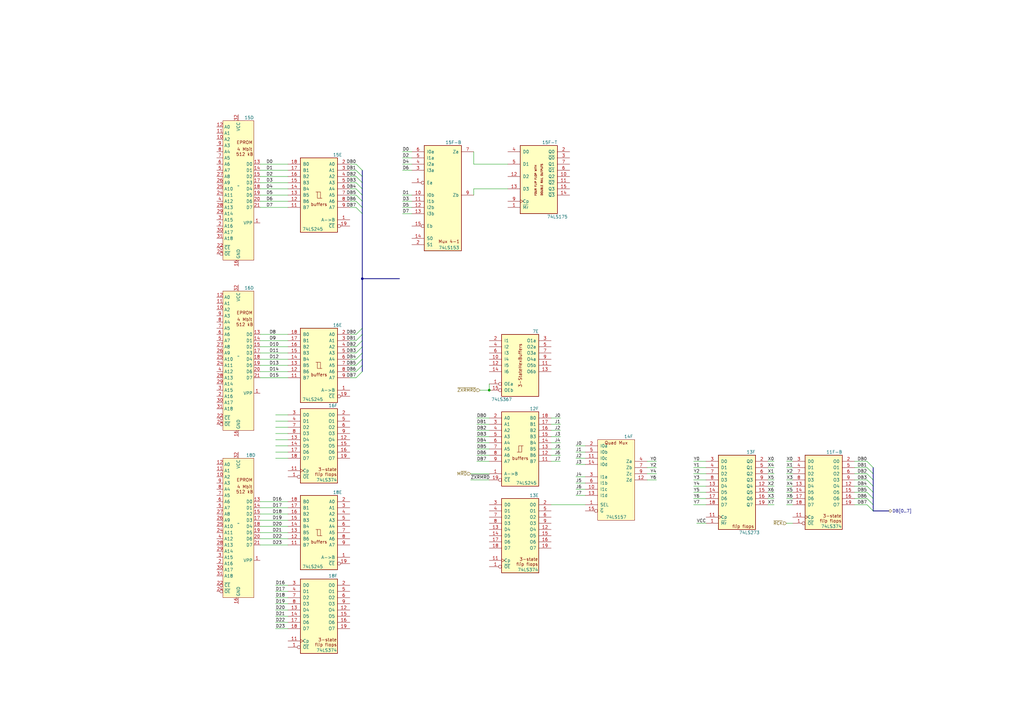
<source format=kicad_sch>
(kicad_sch (version 20231120) (generator "eeschema") (generator_version "8.0")
  (paper "A3")
  (title_block (date "2025-06-21") (company "JOTEGO"))
  (lib_symbols
    (symbol "74LS245_1" (pin_names (offset 1.016))
      (property "Reference" "U" (at 7.62 16.51 0))
      (property "Value" "74LS245" (at 2.54 -13.97 0))
      (symbol "74LS245_1_0_0"
        (text "buffers" (at 0 -3.81 0) (effects (font (size 1.27 1.27))))
      )
      (symbol "74LS245_1_1_0"
        (polyline (pts (xy -0.635 -1.27) (xy -0.635 1.27) (xy 0.635 1.27)))
        (polyline (pts (xy -1.27 -1.27) (xy 0.635 -1.27) (xy 0.635 1.27) (xy 1.27 1.27)))
        (pin input line (at -12.7 -10.16 0) (length 5.08) (name "A->B") (number "1"))
        (pin tri_state line (at 12.7 -5.08 180) (length 5.08) (name "B7") (number "11"))
        (pin tri_state line (at 12.7 -2.54 180) (length 5.08) (name "B6") (number "12"))
        (pin tri_state line (at 12.7 0 180) (length 5.08) (name "B5") (number "13"))
        (pin tri_state line (at 12.7 2.54 180) (length 5.08) (name "B4") (number "14"))
        (pin tri_state line (at 12.7 5.08 180) (length 5.08) (name "B3") (number "15"))
        (pin tri_state line (at 12.7 7.62 180) (length 5.08) (name "B2") (number "16"))
        (pin tri_state line (at 12.7 10.16 180) (length 5.08) (name "B1") (number "17"))
        (pin tri_state line (at 12.7 12.7 180) (length 5.08) (name "B0") (number "18"))
        (pin input inverted (at -12.7 -12.7 0) (length 5.08) (name "~{CE}") (number "19"))
        (pin tri_state line (at -12.7 12.7 0) (length 5.08) (name "A0") (number "2"))
        (pin tri_state line (at -12.7 10.16 0) (length 5.08) (name "A1") (number "3"))
        (pin tri_state line (at -12.7 7.62 0) (length 5.08) (name "A2") (number "4"))
        (pin tri_state line (at -12.7 5.08 0) (length 5.08) (name "A3") (number "5"))
        (pin tri_state line (at -12.7 2.54 0) (length 5.08) (name "A4") (number "6"))
        (pin tri_state line (at -12.7 0 0) (length 5.08) (name "A5") (number "7"))
        (pin tri_state line (at -12.7 -2.54 0) (length 5.08) (name "A6") (number "8"))
        (pin tri_state line (at -12.7 -5.08 0) (length 5.08) (name "A7") (number "9"))
      )
      (symbol "74LS245_1_1_1"
        (rectangle (start -7.62 15.24) (end 7.62 -15.24) (stroke (width 0.254)) (fill (type background)))
      )
    )
    (symbol "EP4M_1"
      (property "Reference" "U" (at 6.35 27.94 0))
      (symbol "EP4M_1_1_1"
        (rectangle (start -6.35 26.67) (end 6.35 -30.48) (fill (type background)))
        (text "4 Mbit\n512 kB" (at 2.54 13.97 0) (effects (font (size 1.27 1.27))))
        (text "EPROM" (at 2.54 17.78 0) (effects (font (size 1.27 1.27))))
        (pin power_in line (at 8.89 -15.24 180) (length 2.54) (name "VPP") (number "1"))
        (pin input line (at -8.89 19.05 0) (length 2.54) (name "A2") (number "10"))
        (pin input line (at -8.89 21.59 0) (length 2.54) (name "A1") (number "11"))
        (pin input line (at -8.89 24.13 0) (length 2.54) (name "A0") (number "12"))
        (pin output line (at 8.89 8.89 180) (length 2.54) (name "D0") (number "13"))
        (pin output line (at 8.89 6.35 180) (length 2.54) (name "D1") (number "14"))
        (pin output line (at 8.89 3.81 180) (length 2.54) (name "D2") (number "15"))
        (pin power_in line (at 0 -33.02 90) (length 2.54) (name "GND") (number "16"))
        (pin output line (at 8.89 1.27 180) (length 2.54) (name "D3") (number "17"))
        (pin output line (at 8.89 -1.27 180) (length 2.54) (name "D4") (number "18"))
        (pin output line (at 8.89 -3.81 180) (length 2.54) (name "D5") (number "19"))
        (pin input line (at -8.89 -16.51 0) (length 2.54) (name "A16") (number "2"))
        (pin output line (at 8.89 -6.35 180) (length 2.54) (name "D6") (number "20"))
        (pin output line (at 8.89 -8.89 180) (length 2.54) (name "D7") (number "21"))
        (pin input inverted (at -8.89 -25.4 0) (length 2.54) (name "~{CE}") (number "22"))
        (pin input line (at -8.89 -3.81 0) (length 2.54) (name "A11") (number "24"))
        (pin input inverted (at -8.89 -27.94 0) (length 2.54) (name "~{OE}") (number "24"))
        (pin input line (at -8.89 -1.27 0) (length 2.54) (name "A10") (number "25"))
        (pin input line (at -8.89 1.27 0) (length 2.54) (name "A9") (number "26"))
        (pin input line (at -8.89 3.81 0) (length 2.54) (name "A8") (number "27"))
        (pin input line (at -8.89 -8.89 0) (length 2.54) (name "A13") (number "28"))
        (pin input line (at -8.89 -11.43 0) (length 2.54) (name "A14") (number "29"))
        (pin input line (at -8.89 -13.97 0) (length 2.54) (name "A15") (number "3"))
        (pin input line (at -8.89 -19.05 0) (length 2.54) (name "A17") (number "30"))
        (pin input line (at -8.89 -21.59 0) (length 2.54) (name "A18") (number "31"))
        (pin power_in line (at 0 29.21 270) (length 2.54) (name "VCC") (number "32"))
        (pin input line (at -8.89 -6.35 0) (length 2.54) (name "A12") (number "4"))
        (pin input line (at -8.89 6.35 0) (length 2.54) (name "A7") (number "5"))
        (pin input line (at -8.89 8.89 0) (length 2.54) (name "A6") (number "6"))
        (pin input line (at -8.89 11.43 0) (length 2.54) (name "A5") (number "7"))
        (pin input line (at -8.89 13.97 0) (length 2.54) (name "A4") (number "8"))
        (pin input line (at -8.89 16.51 0) (length 2.54) (name "A3") (number "9"))
      )
    )
    (symbol "arcade:EP4M"
      (property "Reference" "U" (at 0 0 0))
      (symbol "EP4M_1_1"
        (rectangle (start -6.35 26.67) (end 6.35 -30.48) (fill (type background)))
        (text "4 Mbit\n512 kB" (at 2.54 13.97 0) (effects (font (size 1.27 1.27))))
        (text "EPROM" (at 2.54 17.78 0) (effects (font (size 1.27 1.27))))
        (pin power_in line (at 8.89 -15.24 180) (length 2.54) (name "VPP") (number "1"))
        (pin input line (at -8.89 19.05 0) (length 2.54) (name "A2") (number "10"))
        (pin input line (at -8.89 21.59 0) (length 2.54) (name "A1") (number "11"))
        (pin input line (at -8.89 24.13 0) (length 2.54) (name "A0") (number "12"))
        (pin output line (at 8.89 8.89 180) (length 2.54) (name "D0") (number "13"))
        (pin output line (at 8.89 6.35 180) (length 2.54) (name "D1") (number "14"))
        (pin output line (at 8.89 3.81 180) (length 2.54) (name "D2") (number "15"))
        (pin power_in line (at 0 -33.02 90) (length 2.54) (name "GND") (number "16"))
        (pin output line (at 8.89 1.27 180) (length 2.54) (name "D3") (number "17"))
        (pin output line (at 8.89 -1.27 180) (length 2.54) (name "D4") (number "18"))
        (pin output line (at 8.89 -3.81 180) (length 2.54) (name "D5") (number "19"))
        (pin input line (at -8.89 -16.51 0) (length 2.54) (name "A16") (number "2"))
        (pin output line (at 8.89 -6.35 180) (length 2.54) (name "D6") (number "20"))
        (pin output line (at 8.89 -8.89 180) (length 2.54) (name "D7") (number "21"))
        (pin input inverted (at -8.89 -25.4 0) (length 2.54) (name "~{CE}") (number "22"))
        (pin input line (at -8.89 -3.81 0) (length 2.54) (name "A11") (number "24"))
        (pin input inverted (at -8.89 -27.94 0) (length 2.54) (name "~{OE}") (number "24"))
        (pin input line (at -8.89 -1.27 0) (length 2.54) (name "A10") (number "25"))
        (pin input line (at -8.89 1.27 0) (length 2.54) (name "A9") (number "26"))
        (pin input line (at -8.89 3.81 0) (length 2.54) (name "A8") (number "27"))
        (pin input line (at -8.89 -8.89 0) (length 2.54) (name "A13") (number "28"))
        (pin input line (at -8.89 -11.43 0) (length 2.54) (name "A14") (number "29"))
        (pin input line (at -8.89 -13.97 0) (length 2.54) (name "A15") (number "3"))
        (pin input line (at -8.89 -19.05 0) (length 2.54) (name "A17") (number "30"))
        (pin input line (at -8.89 -21.59 0) (length 2.54) (name "A18") (number "31"))
        (pin power_in line (at 0 29.21 270) (length 2.54) (name "VCC") (number "32"))
        (pin input line (at -8.89 -6.35 0) (length 2.54) (name "A12") (number "4"))
        (pin input line (at -8.89 6.35 0) (length 2.54) (name "A7") (number "5"))
        (pin input line (at -8.89 8.89 0) (length 2.54) (name "A6") (number "6"))
        (pin input line (at -8.89 11.43 0) (length 2.54) (name "A5") (number "7"))
        (pin input line (at -8.89 13.97 0) (length 2.54) (name "A4") (number "8"))
        (pin input line (at -8.89 16.51 0) (length 2.54) (name "A3") (number "9"))
      )
    )
    (symbol "jt74:74LS153" (pin_names (offset 1.016))
      (property "Reference" "U" (at 7.62 21.59 0))
      (property "Value" "74LS153" (at 2.54 -21.59 0))
      (symbol "74LS153_0_0"
        (text "Mux 4-1" (at 2.54 -19.05 0) (effects (font (size 1.27 1.27))))
      )
      (symbol "74LS153_1_0"
        (pin input inverted (at -12.7 5.08 0) (length 5.08) (name "Ea") (number "1"))
        (pin input line (at -12.7 0 0) (length 5.08) (name "I0b") (number "10"))
        (pin input line (at -12.7 -2.54 0) (length 5.08) (name "I1b") (number "11"))
        (pin input line (at -12.7 -5.08 0) (length 5.08) (name "I2b") (number "12"))
        (pin input line (at -12.7 -7.62 0) (length 5.08) (name "I3b") (number "13"))
        (pin input line (at -12.7 -17.78 0) (length 5.08) (name "S0") (number "14"))
        (pin input inverted (at -12.7 -12.7 0) (length 5.08) (name "Eb") (number "15"))
        (pin input line (at -12.7 -20.32 0) (length 5.08) (name "S1") (number "2"))
        (pin input line (at -12.7 10.16 0) (length 5.08) (name "I3a") (number "3"))
        (pin input line (at -12.7 12.7 0) (length 5.08) (name "I2a") (number "4"))
        (pin input line (at -12.7 15.24 0) (length 5.08) (name "I1a") (number "5"))
        (pin input line (at -12.7 17.78 0) (length 5.08) (name "I0a") (number "6"))
        (pin output line (at 12.7 17.78 180) (length 5.08) (name "Za") (number "7"))
        (pin output line (at 12.7 0 180) (length 5.08) (name "Zb") (number "9"))
      )
      (symbol "74LS153_1_1"
        (rectangle (start -7.62 20.32) (end 7.62 -22.86) (stroke (width 0.254)) (fill (type background)))
      )
    )
    (symbol "jt74:74LS157" (pin_names (offset 1.016))
      (property "Reference" "U" (at 5.08 16.51 0))
      (property "Value" "74LS157" (at 0 -16.51 0))
      (symbol "74LS157_0_0"
        (text "Quad Mux" (at 0 13.97 0) (effects (font (size 1.27 1.27))))
      )
      (symbol "74LS157_1_0"
        (pin input line (at -12.7 -11.43 0) (length 5.08) (name "SEL") (number "1"))
        (pin input line (at -12.7 -5.08 0) (length 5.08) (name "I1c") (number "10"))
        (pin input line (at -12.7 7.62 0) (length 5.08) (name "I0c") (number "11"))
        (pin output line (at 12.7 -1.27 180) (length 5.08) (name "Zd") (number "12"))
        (pin input line (at -12.7 -7.62 0) (length 5.08) (name "I1d") (number "13"))
        (pin input line (at -12.7 5.08 0) (length 5.08) (name "I0d") (number "14"))
        (pin input inverted (at -12.7 -13.97 0) (length 5.08) (name "~{G}") (number "15"))
        (pin input line (at -12.7 12.7 0) (length 5.08) (name "I0a") (number "2"))
        (pin input line (at -12.7 0 0) (length 5.08) (name "I1a") (number "3"))
        (pin output line (at 12.7 6.35 180) (length 5.08) (name "Za") (number "4"))
        (pin input line (at -12.7 10.16 0) (length 5.08) (name "I0b") (number "5"))
        (pin input line (at -12.7 -2.54 0) (length 5.08) (name "I1b") (number "6"))
        (pin output line (at 12.7 3.81 180) (length 5.08) (name "Zb") (number "7"))
        (pin output line (at 12.7 1.27 180) (length 5.08) (name "Zc") (number "9"))
      )
      (symbol "74LS157_1_1"
        (rectangle (start -7.62 15.24) (end 7.62 -17.78) (fill (type background)))
      )
    )
    (symbol "jt74:74LS175" (pin_names (offset 1.016))
      (property "Reference" "U" (at 7.62 13.97 0))
      (property "Value" "74LS175" (at 7.62 -16.51 0))
      (symbol "74LS175_0_0"
        (text "DOUBLE RAIL OUTPUTS" (at 1.27 -1.27 900) (effects (font (size 0.762 0.762))))
        (text "FOUR FLIP FLOP WITH " (at -1.27 -1.27 900) (effects (font (size 0.762 0.762))))
      )
      (symbol "74LS175_1_0"
        (pin input line (at -12.7 -12.7 0) (length 5.08) (name "~{Mr}") (number "1"))
        (pin output line (at 12.7 0 180) (length 5.08) (name "Q2") (number "10"))
        (pin output line (at 12.7 -2.54 180) (length 5.08) (name "~{Q2}") (number "11"))
        (pin input line (at -12.7 0 0) (length 5.08) (name "D2") (number "12"))
        (pin input line (at -12.7 -5.08 0) (length 5.08) (name "D3") (number "13"))
        (pin output line (at 12.7 -7.62 180) (length 5.08) (name "~{Q3}") (number "14"))
        (pin output line (at 12.7 -5.08 180) (length 5.08) (name "Q3") (number "15"))
        (pin power_in line (at 0 12.7 270) (length 5.08) hide (name "VCC") (number "16"))
        (pin output line (at 12.7 10.16 180) (length 5.08) (name "Q0") (number "2"))
        (pin output line (at 12.7 7.62 180) (length 5.08) (name "~{Q0}") (number "3"))
        (pin input line (at -12.7 10.16 0) (length 5.08) (name "D0") (number "4"))
        (pin input line (at -12.7 5.08 0) (length 5.08) (name "D1") (number "5"))
        (pin output line (at 12.7 2.54 180) (length 5.08) (name "~{Q1}") (number "6"))
        (pin output line (at 12.7 5.08 180) (length 5.08) (name "Q1") (number "7"))
        (pin power_in line (at 0 -15.24 90) (length 5.08) hide (name "GND") (number "8"))
        (pin input clock (at -12.7 -10.16 0) (length 5.08) (name "Cp") (number "9"))
      )
      (symbol "74LS175_1_1"
        (rectangle (start -7.62 12.7) (end 7.62 -15.24) (stroke (width 0.254)) (fill (type background)))
      )
    )
    (symbol "jt74:74LS245" (pin_names (offset 1.016))
      (property "Reference" "U" (at -7.62 16.51 0))
      (property "Value" "74LS245" (at 2.54 -13.97 0))
      (symbol "74LS245_0_0"
        (text "buffers" (at 0 -3.81 0) (effects (font (size 1.27 1.27))))
      )
      (symbol "74LS245_1_0"
        (polyline (pts (xy -0.635 -1.27) (xy -0.635 1.27) (xy 0.635 1.27)))
        (polyline (pts (xy -1.27 -1.27) (xy 0.635 -1.27) (xy 0.635 1.27) (xy 1.27 1.27)))
        (pin input line (at -12.7 -10.16 0) (length 5.08) (name "A->B") (number "1"))
        (pin tri_state line (at 12.7 -5.08 180) (length 5.08) (name "B7") (number "11"))
        (pin tri_state line (at 12.7 -2.54 180) (length 5.08) (name "B6") (number "12"))
        (pin tri_state line (at 12.7 0 180) (length 5.08) (name "B5") (number "13"))
        (pin tri_state line (at 12.7 2.54 180) (length 5.08) (name "B4") (number "14"))
        (pin tri_state line (at 12.7 5.08 180) (length 5.08) (name "B3") (number "15"))
        (pin tri_state line (at 12.7 7.62 180) (length 5.08) (name "B2") (number "16"))
        (pin tri_state line (at 12.7 10.16 180) (length 5.08) (name "B1") (number "17"))
        (pin tri_state line (at 12.7 12.7 180) (length 5.08) (name "B0") (number "18"))
        (pin input inverted (at -12.7 -12.7 0) (length 5.08) (name "~{CE}") (number "19"))
        (pin tri_state line (at -12.7 12.7 0) (length 5.08) (name "A0") (number "2"))
        (pin tri_state line (at -12.7 10.16 0) (length 5.08) (name "A1") (number "3"))
        (pin tri_state line (at -12.7 7.62 0) (length 5.08) (name "A2") (number "4"))
        (pin tri_state line (at -12.7 5.08 0) (length 5.08) (name "A3") (number "5"))
        (pin tri_state line (at -12.7 2.54 0) (length 5.08) (name "A4") (number "6"))
        (pin tri_state line (at -12.7 0 0) (length 5.08) (name "A5") (number "7"))
        (pin tri_state line (at -12.7 -2.54 0) (length 5.08) (name "A6") (number "8"))
        (pin tri_state line (at -12.7 -5.08 0) (length 5.08) (name "A7") (number "9"))
      )
      (symbol "74LS245_1_1"
        (rectangle (start -7.62 15.24) (end 7.62 -15.24) (stroke (width 0.254)) (fill (type background)))
      )
    )
    (symbol "jt74:74LS273" (pin_names (offset 1.016))
      (property "Reference" "U" (at 7.62 16.51 0))
      (property "Value" "74LS273" (at 5.08 -16.51 0))
      (symbol "74LS273_0_0"
        (text "flip flops" (at 2.54 -13.97 0) (effects (font (size 1.27 1.27))))
      )
      (symbol "74LS273_1_0"
        (pin input line (at -12.7 -12.7 0) (length 5.08) (name "~{Mr}") (number "1"))
        (pin power_in line (at 0 -15.24 90) (length 1.27) hide (name "GND") (number "10"))
        (pin input clock (at -12.7 -10.16 0) (length 5.08) (name "Cp") (number "11"))
        (pin output line (at 12.7 2.54 180) (length 5.08) (name "Q4") (number "12"))
        (pin input line (at -12.7 2.54 0) (length 5.08) (name "D4") (number "13"))
        (pin input line (at -12.7 0 0) (length 5.08) (name "D5") (number "14"))
        (pin output line (at 12.7 0 180) (length 5.08) (name "Q5") (number "15"))
        (pin output line (at 12.7 -2.54 180) (length 5.08) (name "Q6") (number "16"))
        (pin input line (at -12.7 -2.54 0) (length 5.08) (name "D6") (number "17"))
        (pin input line (at -12.7 -5.08 0) (length 5.08) (name "D7") (number "18"))
        (pin output line (at 12.7 -5.08 180) (length 5.08) (name "Q7") (number "19"))
        (pin output line (at 12.7 12.7 180) (length 5.08) (name "Q0") (number "2"))
        (pin power_in line (at 0 15.24 270) (length 1.27) hide (name "VCC") (number "20"))
        (pin input line (at -12.7 12.7 0) (length 5.08) (name "D0") (number "3"))
        (pin input line (at -12.7 10.16 0) (length 5.08) (name "D1") (number "4"))
        (pin output line (at 12.7 10.16 180) (length 5.08) (name "Q1") (number "5"))
        (pin output line (at 12.7 7.62 180) (length 5.08) (name "Q2") (number "6"))
        (pin input line (at -12.7 7.62 0) (length 5.08) (name "D2") (number "7"))
        (pin input line (at -12.7 5.08 0) (length 5.08) (name "D3") (number "8"))
        (pin output line (at 12.7 5.08 180) (length 5.08) (name "Q3") (number "9"))
      )
      (symbol "74LS273_1_1"
        (rectangle (start -7.62 15.24) (end 7.62 -15.24) (stroke (width 0.254)) (fill (type background)))
      )
    )
    (symbol "jt74:74LS367" (pin_names (offset 1.016))
      (property "Reference" "U" (at 7.62 13.97 0))
      (property "Value" "74LS367" (at -7.62 -13.97 0))
      (symbol "74LS367_0_0"
        (text "3-StateHexBuffers" (at 0 0 900) (effects (font (size 1.27 1.27))))
      )
      (symbol "74LS367_1_0"
        (pin input inverted (at -12.7 -7.62 0) (length 5.08) (name "OEa") (number "1"))
        (pin input line (at -12.7 2.54 0) (length 5.08) (name "I4") (number "10"))
        (pin tri_state line (at 12.7 0 180) (length 5.08) (name "O5b") (number "11"))
        (pin input line (at -12.7 0 0) (length 5.08) (name "I5") (number "12"))
        (pin tri_state line (at 12.7 -2.54 180) (length 5.08) (name "O6b") (number "13"))
        (pin input line (at -12.7 -2.54 0) (length 5.08) (name "I6") (number "14"))
        (pin input inverted (at -12.7 -10.16 0) (length 5.08) (name "OEb") (number "15"))
        (pin input line (at -12.7 10.16 0) (length 5.08) (name "I1") (number "2"))
        (pin tri_state line (at 12.7 10.16 180) (length 5.08) (name "O1a") (number "3"))
        (pin input line (at -12.7 7.62 0) (length 5.08) (name "I2") (number "4"))
        (pin tri_state line (at 12.7 7.62 180) (length 5.08) (name "O2a") (number "5"))
        (pin input line (at -12.7 5.08 0) (length 5.08) (name "I3") (number "6"))
        (pin tri_state line (at 12.7 5.08 180) (length 5.08) (name "O3a") (number "7"))
        (pin tri_state line (at 12.7 2.54 180) (length 5.08) (name "O4a") (number "9"))
      )
      (symbol "74LS367_1_1"
        (rectangle (start -7.62 12.7) (end 7.62 -12.7) (stroke (width 0.254)) (fill (type background)))
        (pin power_in line (at 0 12.7 270) (length 2.54) hide (name "VCC") (number "16"))
        (pin power_in line (at 0 -12.7 90) (length 2.54) hide (name "GND") (number "8"))
      )
    )
    (symbol "jt74:74LS374" (pin_names (offset 1.016))
      (property "Reference" "U" (at 7.62 16.51 0))
      (property "Value" "74LS374" (at 3.175 -13.97 0))
      (symbol "74LS374_1_0"
        (text "3-state\nflip flops" (at 7.366 -10.668 0) (effects (font (size 1.27 1.27)) (justify right)))
        (pin input inverted (at -12.7 -12.7 0) (length 5.08) (name "~{OE}") (number "1"))
        (pin input clock (at -12.7 -10.16 0) (length 5.08) (name "Cp") (number "11"))
        (pin tri_state line (at 12.7 2.54 180) (length 5.08) (name "O4") (number "12"))
        (pin input line (at -12.7 2.54 0) (length 5.08) (name "D4") (number "13"))
        (pin input line (at -12.7 0 0) (length 5.08) (name "D5") (number "14"))
        (pin tri_state line (at 12.7 0 180) (length 5.08) (name "O5") (number "15"))
        (pin tri_state line (at 12.7 -2.54 180) (length 5.08) (name "O6") (number "16"))
        (pin input line (at -12.7 -2.54 0) (length 5.08) (name "D6") (number "17"))
        (pin input line (at -12.7 -5.08 0) (length 5.08) (name "D7") (number "18"))
        (pin tri_state line (at 12.7 -5.08 180) (length 5.08) (name "O7") (number "19"))
        (pin tri_state line (at 12.7 12.7 180) (length 5.08) (name "O0") (number "2"))
        (pin input line (at -12.7 12.7 0) (length 5.08) (name "D0") (number "3"))
        (pin input line (at -12.7 10.16 0) (length 5.08) (name "D1") (number "4"))
        (pin tri_state line (at 12.7 10.16 180) (length 5.08) (name "O1") (number "5"))
        (pin tri_state line (at 12.7 7.62 180) (length 5.08) (name "O2") (number "6"))
        (pin input line (at -12.7 7.62 0) (length 5.08) (name "D2") (number "7"))
        (pin input line (at -12.7 5.08 0) (length 5.08) (name "D3") (number "8"))
        (pin tri_state line (at 12.7 5.08 180) (length 5.08) (name "O3") (number "9"))
      )
      (symbol "74LS374_1_1"
        (rectangle (start -7.62 15.24) (end 7.62 -15.24) (stroke (width 0.254)) (fill (type background)))
      )
    )
  )
  (junction (at 200.66 160.02))
  (junction (at 148.59 114.3))
  (bus_entry (at 146.05 144.78) (size 2.54 -2.54))
  (bus_entry (at 146.05 72.39) (size 2.54 2.54))
  (bus_entry (at 146.05 67.31) (size 2.54 2.54))
  (bus_entry (at 355.6 194.31) (size 2.54 2.54))
  (bus_entry (at 146.05 139.7) (size 2.54 -2.54))
  (bus_entry (at 355.6 204.47) (size 2.54 2.54))
  (bus_entry (at 355.6 196.85) (size 2.54 2.54))
  (bus_entry (at 146.05 154.94) (size 2.54 -2.54))
  (bus_entry (at 146.05 80.01) (size 2.54 2.54))
  (bus_entry (at 146.05 82.55) (size 2.54 2.54))
  (bus_entry (at 146.05 69.85) (size 2.54 2.54))
  (bus_entry (at 146.05 152.4) (size 2.54 -2.54))
  (bus_entry (at 146.05 149.86) (size 2.54 -2.54))
  (bus_entry (at 146.05 77.47) (size 2.54 2.54))
  (bus_entry (at 355.6 191.77) (size 2.54 2.54))
  (bus_entry (at 355.6 199.39) (size 2.54 2.54))
  (bus_entry (at 146.05 142.24) (size 2.54 -2.54))
  (bus_entry (at 146.05 147.32) (size 2.54 -2.54))
  (bus_entry (at 146.05 137.16) (size 2.54 -2.54))
  (bus_entry (at 355.6 201.93) (size 2.54 2.54))
  (bus_entry (at 146.05 74.93) (size 2.54 2.54))
  (bus_entry (at 355.6 207.01) (size 2.54 2.54))
  (bus_entry (at 355.6 189.23) (size 2.54 2.54))
  (bus_entry (at 146.05 85.09) (size 2.54 2.54))
  (wire (pts (xy 314.96 191.77) (xy 317.5 191.77)))
  (bus (pts (xy 358.14 199.39) (xy 358.14 201.93)))
  (wire (pts (xy 113.03 180.34) (xy 118.11 180.34)))
  (bus (pts (xy 148.59 149.86) (xy 148.59 152.4)))
  (wire (pts (xy 265.43 191.77) (xy 269.24 191.77)))
  (wire (pts (xy 200.66 173.99) (xy 195.58 173.99)))
  (wire (pts (xy 322.58 196.85) (xy 325.12 196.85)))
  (wire (pts (xy 143.51 139.7) (xy 146.05 139.7)))
  (bus (pts (xy 148.59 139.7) (xy 148.59 142.24)))
  (wire (pts (xy 226.06 189.23) (xy 229.87 189.23)))
  (wire (pts (xy 113.03 242.57) (xy 118.11 242.57)))
  (wire (pts (xy 322.58 191.77) (xy 325.12 191.77)))
  (wire (pts (xy 265.43 196.85) (xy 269.24 196.85)))
  (wire (pts (xy 143.51 69.85) (xy 146.05 69.85)))
  (wire (pts (xy 314.96 204.47) (xy 317.5 204.47)))
  (wire (pts (xy 106.68 218.44) (xy 118.11 218.44)))
  (wire (pts (xy 314.96 199.39) (xy 317.5 199.39)))
  (wire (pts (xy 350.52 207.01) (xy 355.6 207.01)))
  (wire (pts (xy 236.22 187.96) (xy 240.03 187.96)))
  (wire (pts (xy 143.51 149.86) (xy 146.05 149.86)))
  (wire (pts (xy 226.06 179.07) (xy 229.87 179.07)))
  (wire (pts (xy 314.96 194.31) (xy 317.5 194.31)))
  (wire (pts (xy 113.03 250.19) (xy 118.11 250.19)))
  (wire (pts (xy 322.58 194.31) (xy 325.12 194.31)))
  (wire (pts (xy 106.68 80.01) (xy 118.11 80.01)))
  (wire (pts (xy 236.22 182.88) (xy 240.03 182.88)))
  (wire (pts (xy 284.48 201.93) (xy 289.56 201.93)))
  (wire (pts (xy 350.52 191.77) (xy 355.6 191.77)))
  (wire (pts (xy 143.51 80.01) (xy 146.05 80.01)))
  (bus (pts (xy 148.59 114.3) (xy 163.83 114.3)))
  (wire (pts (xy 314.96 201.93) (xy 317.5 201.93)))
  (wire (pts (xy 143.51 152.4) (xy 146.05 152.4)))
  (wire (pts (xy 226.06 176.53) (xy 229.87 176.53)))
  (wire (pts (xy 143.51 67.31) (xy 146.05 67.31)))
  (bus (pts (xy 148.59 142.24) (xy 148.59 144.78)))
  (wire (pts (xy 196.85 160.02) (xy 200.66 160.02)))
  (wire (pts (xy 106.68 220.98) (xy 118.11 220.98)))
  (wire (pts (xy 200.66 189.23) (xy 195.58 189.23)))
  (wire (pts (xy 350.52 196.85) (xy 355.6 196.85)))
  (bus (pts (xy 148.59 77.47) (xy 148.59 80.01)))
  (wire (pts (xy 143.51 142.24) (xy 146.05 142.24)))
  (wire (pts (xy 193.04 194.31) (xy 200.66 194.31)))
  (wire (pts (xy 265.43 194.31) (xy 269.24 194.31)))
  (wire (pts (xy 226.06 186.69) (xy 229.87 186.69)))
  (wire (pts (xy 143.51 74.93) (xy 146.05 74.93)))
  (wire (pts (xy 106.68 215.9) (xy 118.11 215.9)))
  (wire (pts (xy 200.66 157.48) (xy 200.66 160.02)))
  (wire (pts (xy 322.58 204.47) (xy 325.12 204.47)))
  (wire (pts (xy 236.22 185.42) (xy 240.03 185.42)))
  (wire (pts (xy 165.1 80.01) (xy 168.91 80.01)))
  (wire (pts (xy 226.06 181.61) (xy 229.87 181.61)))
  (wire (pts (xy 322.58 201.93) (xy 325.12 201.93)))
  (wire (pts (xy 194.31 80.01) (xy 194.31 77.47)))
  (bus (pts (xy 148.59 72.39) (xy 148.59 74.93)))
  (wire (pts (xy 200.66 176.53) (xy 195.58 176.53)))
  (wire (pts (xy 106.68 69.85) (xy 118.11 69.85)))
  (wire (pts (xy 113.03 240.03) (xy 118.11 240.03)))
  (wire (pts (xy 165.1 67.31) (xy 168.91 67.31)))
  (wire (pts (xy 165.1 85.09) (xy 168.91 85.09)))
  (wire (pts (xy 143.51 85.09) (xy 146.05 85.09)))
  (wire (pts (xy 284.48 204.47) (xy 289.56 204.47)))
  (wire (pts (xy 314.96 196.85) (xy 317.5 196.85)))
  (wire (pts (xy 236.22 200.66) (xy 240.03 200.66)))
  (bus (pts (xy 358.14 194.31) (xy 358.14 196.85)))
  (wire (pts (xy 322.58 214.63) (xy 325.12 214.63)))
  (wire (pts (xy 200.66 179.07) (xy 195.58 179.07)))
  (wire (pts (xy 106.68 137.16) (xy 118.11 137.16)))
  (wire (pts (xy 284.48 199.39) (xy 289.56 199.39)))
  (wire (pts (xy 200.66 171.45) (xy 195.58 171.45)))
  (wire (pts (xy 106.68 85.09) (xy 118.11 85.09)))
  (wire (pts (xy 236.22 198.12) (xy 240.03 198.12)))
  (wire (pts (xy 236.22 195.58) (xy 240.03 195.58)))
  (wire (pts (xy 350.52 199.39) (xy 355.6 199.39)))
  (wire (pts (xy 165.1 62.23) (xy 168.91 62.23)))
  (bus (pts (xy 148.59 74.93) (xy 148.59 77.47)))
  (wire (pts (xy 106.68 67.31) (xy 118.11 67.31)))
  (bus (pts (xy 148.59 114.3) (xy 148.59 134.62)))
  (wire (pts (xy 113.03 245.11) (xy 118.11 245.11)))
  (wire (pts (xy 143.51 154.94) (xy 146.05 154.94)))
  (wire (pts (xy 322.58 207.01) (xy 325.12 207.01)))
  (wire (pts (xy 113.03 182.88) (xy 118.11 182.88)))
  (wire (pts (xy 265.43 189.23) (xy 269.24 189.23)))
  (bus (pts (xy 358.14 207.01) (xy 358.14 209.55)))
  (wire (pts (xy 113.03 255.27) (xy 118.11 255.27)))
  (bus (pts (xy 148.59 144.78) (xy 148.59 147.32)))
  (wire (pts (xy 284.48 194.31) (xy 289.56 194.31)))
  (wire (pts (xy 350.52 189.23) (xy 355.6 189.23)))
  (wire (pts (xy 236.22 190.5) (xy 240.03 190.5)))
  (wire (pts (xy 143.51 147.32) (xy 146.05 147.32)))
  (wire (pts (xy 106.68 142.24) (xy 118.11 142.24)))
  (wire (pts (xy 285.75 214.63) (xy 289.56 214.63)))
  (bus (pts (xy 148.59 147.32) (xy 148.59 149.86)))
  (bus (pts (xy 358.14 209.55) (xy 364.49 209.55)))
  (wire (pts (xy 113.03 177.8) (xy 118.11 177.8)))
  (wire (pts (xy 106.68 82.55) (xy 118.11 82.55)))
  (wire (pts (xy 226.06 173.99) (xy 229.87 173.99)))
  (wire (pts (xy 193.04 196.85) (xy 200.66 196.85)))
  (wire (pts (xy 350.52 201.93) (xy 355.6 201.93)))
  (bus (pts (xy 358.14 204.47) (xy 358.14 207.01)))
  (wire (pts (xy 106.68 208.28) (xy 118.11 208.28)))
  (wire (pts (xy 106.68 154.94) (xy 118.11 154.94)))
  (wire (pts (xy 350.52 204.47) (xy 355.6 204.47)))
  (wire (pts (xy 284.48 189.23) (xy 289.56 189.23)))
  (bus (pts (xy 148.59 85.09) (xy 148.59 87.63)))
  (bus (pts (xy 358.14 201.93) (xy 358.14 204.47)))
  (wire (pts (xy 165.1 82.55) (xy 168.91 82.55)))
  (bus (pts (xy 358.14 191.77) (xy 358.14 194.31)))
  (wire (pts (xy 113.03 172.72) (xy 118.11 172.72)))
  (wire (pts (xy 165.1 69.85) (xy 168.91 69.85)))
  (bus (pts (xy 148.59 134.62) (xy 148.59 137.16)))
  (wire (pts (xy 113.03 175.26) (xy 118.11 175.26)))
  (wire (pts (xy 226.06 207.01) (xy 240.03 207.01)))
  (wire (pts (xy 284.48 207.01) (xy 289.56 207.01)))
  (wire (pts (xy 322.58 189.23) (xy 325.12 189.23)))
  (wire (pts (xy 194.31 62.23) (xy 194.31 67.31)))
  (wire (pts (xy 113.03 187.96) (xy 118.11 187.96)))
  (wire (pts (xy 200.66 184.15) (xy 195.58 184.15)))
  (wire (pts (xy 200.66 186.69) (xy 195.58 186.69)))
  (wire (pts (xy 106.68 149.86) (xy 118.11 149.86)))
  (bus (pts (xy 148.59 87.63) (xy 148.59 114.3)))
  (bus (pts (xy 358.14 196.85) (xy 358.14 199.39)))
  (wire (pts (xy 113.03 185.42) (xy 118.11 185.42)))
  (wire (pts (xy 226.06 184.15) (xy 229.87 184.15)))
  (wire (pts (xy 106.68 152.4) (xy 118.11 152.4)))
  (wire (pts (xy 106.68 210.82) (xy 118.11 210.82)))
  (wire (pts (xy 322.58 199.39) (xy 325.12 199.39)))
  (wire (pts (xy 226.06 171.45) (xy 229.87 171.45)))
  (wire (pts (xy 314.96 207.01) (xy 317.5 207.01)))
  (wire (pts (xy 106.68 74.93) (xy 118.11 74.93)))
  (wire (pts (xy 113.03 257.81) (xy 118.11 257.81)))
  (wire (pts (xy 113.03 170.18) (xy 118.11 170.18)))
  (wire (pts (xy 113.03 252.73) (xy 118.11 252.73)))
  (wire (pts (xy 106.68 144.78) (xy 118.11 144.78)))
  (bus (pts (xy 148.59 137.16) (xy 148.59 139.7)))
  (wire (pts (xy 143.51 77.47) (xy 146.05 77.47)))
  (wire (pts (xy 200.66 181.61) (xy 195.58 181.61)))
  (wire (pts (xy 106.68 147.32) (xy 118.11 147.32)))
  (wire (pts (xy 165.1 87.63) (xy 168.91 87.63)))
  (wire (pts (xy 106.68 139.7) (xy 118.11 139.7)))
  (wire (pts (xy 284.48 191.77) (xy 289.56 191.77)))
  (bus (pts (xy 148.59 80.01) (xy 148.59 82.55)))
  (bus (pts (xy 148.59 82.55) (xy 148.59 85.09)))
  (wire (pts (xy 113.03 247.65) (xy 118.11 247.65)))
  (wire (pts (xy 194.31 77.47) (xy 208.28 77.47)))
  (wire (pts (xy 106.68 213.36) (xy 118.11 213.36)))
  (wire (pts (xy 236.22 203.2) (xy 240.03 203.2)))
  (wire (pts (xy 165.1 64.77) (xy 168.91 64.77)))
  (wire (pts (xy 106.68 77.47) (xy 118.11 77.47)))
  (wire (pts (xy 106.68 223.52) (xy 118.11 223.52)))
  (wire (pts (xy 106.68 205.74) (xy 118.11 205.74)))
  (wire (pts (xy 350.52 194.31) (xy 355.6 194.31)))
  (wire (pts (xy 317.5 189.23) (xy 314.96 189.23)))
  (wire (pts (xy 143.51 137.16) (xy 146.05 137.16)))
  (wire (pts (xy 143.51 72.39) (xy 146.05 72.39)))
  (wire (pts (xy 106.68 72.39) (xy 118.11 72.39)))
  (wire (pts (xy 143.51 144.78) (xy 146.05 144.78)))
  (bus (pts (xy 148.59 69.85) (xy 148.59 72.39)))
  (wire (pts (xy 284.48 196.85) (xy 289.56 196.85)))
  (wire (pts (xy 143.51 82.55) (xy 146.05 82.55)))
  (wire (pts (xy 194.31 67.31) (xy 208.28 67.31)))
  (label "Y0" (at 284.48 189.23 0))
  (label "D22" (at 111.76 220.98 0))
  (label "DB4" (at 355.6 199.39 180))
  (label "~{ZXRMRD}" (at 193.04 196.85 0))
  (label "VCC" (at 285.75 214.63 0))
  (label "X6" (at 322.58 204.47 0))
  (label "DB5" (at 146.05 80.01 180))
  (label "D19" (at 113.03 247.65 0))
  (label "DB5" (at 146.05 149.86 180))
  (label "J2" (at 229.87 176.53 180))
  (label "DB7" (at 355.6 207.01 180))
  (label "D17" (at 113.03 242.57 0))
  (label "D18" (at 113.03 245.11 0))
  (label "X3" (at 322.58 196.85 0))
  (label "J7" (at 236.22 203.2 0))
  (label "D3" (at 165.1 82.55 0))
  (label "DB0" (at 146.05 137.16 180))
  (label "DB6" (at 146.05 152.4 180))
  (label "J6" (at 229.87 186.69 180))
  (label "D6" (at 109.22 82.55 0))
  (label "D4" (at 109.22 77.47 0))
  (label "DB3" (at 146.05 74.93 180))
  (label "DB4" (at 146.05 147.32 180))
  (label "D23" (at 113.03 257.81 0))
  (label "X7" (at 322.58 207.01 0))
  (label "DB0" (at 146.05 67.31 180))
  (label "Y0" (at 269.24 189.23 180))
  (label "J4" (at 236.22 195.58 0))
  (label "X2" (at 322.58 194.31 0))
  (label "DB5" (at 355.6 201.93 180))
  (label "D1" (at 109.22 69.85 0))
  (label "D5" (at 165.1 85.09 0))
  (label "J0" (at 236.22 182.88 0))
  (label "D0" (at 109.22 67.31 0))
  (label "Y6" (at 284.48 204.47 0))
  (label "J6" (at 236.22 200.66 0))
  (label "D16" (at 113.03 240.03 0))
  (label "J5" (at 236.22 198.12 0))
  (label "X4" (at 317.5 191.77 180))
  (label "D19" (at 111.76 213.36 0))
  (label "D8" (at 110.49 137.16 0))
  (label "Y4" (at 284.48 199.39 0))
  (label "D7" (at 165.1 87.63 0))
  (label "D2" (at 109.22 72.39 0))
  (label "J0" (at 229.87 171.45 180))
  (label "DB0" (at 195.58 171.45 0))
  (label "J1" (at 236.22 185.42 0))
  (label "X6" (at 317.5 201.93 180))
  (label "DB2" (at 146.05 142.24 180))
  (label "Y1" (at 284.48 191.77 0))
  (label "D2" (at 165.1 64.77 0))
  (label "D14" (at 110.49 152.4 0))
  (label "D20" (at 111.76 215.9 0))
  (label "D4" (at 165.1 67.31 0))
  (label "D22" (at 113.03 255.27 0))
  (label "Y7" (at 284.48 207.01 0))
  (label "DB0" (at 355.6 189.23 180))
  (label "DB3" (at 195.58 179.07 0))
  (label "D21" (at 113.03 252.73 0))
  (label "D21" (at 111.76 218.44 0))
  (label "DB2" (at 195.58 176.53 0))
  (label "D11" (at 110.49 144.78 0))
  (label "X0" (at 322.58 189.23 0))
  (label "D17" (at 111.76 208.28 0))
  (label "D16" (at 111.76 205.74 0))
  (label "J2" (at 236.22 187.96 0))
  (label "DB1" (at 146.05 139.7 180))
  (label "DB2" (at 355.6 194.31 180))
  (label "DB4" (at 195.58 181.61 0))
  (label "J4" (at 229.87 181.61 180))
  (label "DB7" (at 146.05 85.09 180))
  (label "J3" (at 236.22 190.5 0))
  (label "D3" (at 109.22 74.93 0))
  (label "DB7" (at 146.05 154.94 180))
  (label "DB1" (at 195.58 173.99 0))
  (label "DB1" (at 146.05 69.85 180))
  (label "D13" (at 110.49 149.86 0))
  (label "X3" (at 317.5 204.47 180))
  (label "D12" (at 110.49 147.32 0))
  (label "Y3" (at 284.48 196.85 0))
  (label "Y2" (at 284.48 194.31 0))
  (label "DB7" (at 195.58 189.23 0))
  (label "D0" (at 165.1 62.23 0))
  (label "X5" (at 317.5 196.85 180))
  (label "J1" (at 229.87 173.99 180))
  (label "X5" (at 322.58 201.93 0))
  (label "D9" (at 110.49 139.7 0))
  (label "D18" (at 111.76 210.82 0))
  (label "Y6" (at 269.24 196.85 180))
  (label "DB6" (at 355.6 204.47 180))
  (label "DB5" (at 195.58 184.15 0))
  (label "J3" (at 229.87 179.07 180))
  (label "J7" (at 229.87 189.23 180))
  (label "D5" (at 109.22 80.01 0))
  (label "X0" (at 317.5 189.23 180))
  (label "DB6" (at 195.58 186.69 0))
  (label "DB3" (at 146.05 144.78 180))
  (label "D6" (at 165.1 69.85 0))
  (label "D15" (at 110.49 154.94 0))
  (label "D10" (at 110.49 142.24 0))
  (label "Y2" (at 269.24 191.77 180))
  (label "DB3" (at 355.6 196.85 180))
  (label "X1" (at 322.58 191.77 0))
  (label "J5" (at 229.87 184.15 180))
  (label "Y4" (at 269.24 194.31 180))
  (label "DB2" (at 146.05 72.39 180))
  (label "X7" (at 317.5 207.01 180))
  (label "D20" (at 113.03 250.19 0))
  (label "X4" (at 322.58 199.39 0))
  (label "X2" (at 317.5 199.39 180))
  (label "X1" (at 317.5 194.31 180))
  (label "D7" (at 109.22 85.09 0))
  (label "DB6" (at 146.05 82.55 180))
  (label "D1" (at 165.1 80.01 0))
  (label "DB1" (at 355.6 191.77 180))
  (label "DB4" (at 146.05 77.47 180))
  (label "D23" (at 111.76 223.52 0))
  (label "Y5" (at 284.48 201.93 0))
  (hierarchical_label "~{ZXRMRD}" (shape input) (at 196.85 160.02 180))
  (hierarchical_label "M~{RD}" (shape input) (at 193.04 194.31 180))
  (hierarchical_label "~{RCK}" (shape input) (at 322.58 214.63 180))
  (hierarchical_label "DB[0..7]" (shape bidirectional) (at 364.49 209.55 0))
  (symbol (lib_id "jt74:74LS245") (at 130.81 80.01 0) (mirror y) (unit 1)
    (property "Reference" "15E" (at 138.43 63.5 0))
    (property "Value" "74LS245" (at 128.27 93.98 0))
    (property "Datasheet" "http://www.ti.com/lit/gpn/sn74LS245" (effects (hide yes)))
    (property "Description" "Octal BUS Transceivers, 3-State outputs" (effects (hide yes)))
  )
  (symbol (lib_id "jt74:74LS153") (at 181.61 80.01 0) (unit 1)
    (property "Reference" "15F-B" (at 189.23 58.42 0) (effects (justify right)))
    (property "Value" "74LS153" (at 184.15 101.6 0))
    (property "Datasheet" "http://www.ti.com/lit/gpn/sn74LS153" (effects (hide yes)))
    (property "Description" "Dual Multiplexer 4 to 1" (effects (hide yes)))
  )
  (symbol (lib_id "jt74:74LS175") (at 220.98 72.39 0) (unit 1)
    (property "Reference" "15F-T" (at 228.6 58.42 0) (effects (justify right)))
    (property "Value" "74LS175" (at 228.6 88.9 0))
    (property "Datasheet" "http://www.ti.com/lit/gpn/sn74LS175" (effects (hide yes)))
    (property "Description" "4-bit D Flip-Flop, reset" (effects (hide yes)))
  )
  (symbol (lib_name "74LS245_1") (lib_id "jt74:74LS245") (at 213.36 184.15 0) (unit 1)
    (property "Reference" "12F" (at 220.98 167.64 0) (effects (justify right)))
    (property "Value" "74LS245" (at 215.9 198.12 0))
    (property "Datasheet" "http://www.ti.com/lit/gpn/sn74LS245" (effects (hide yes)))
    (property "Description" "Octal BUS Transceivers, 3-State outputs" (effects (hide yes)))
  )
  (symbol (lib_id "jt74:74LS273") (at 302.26 201.93 0) (unit 1)
    (property "Reference" "13F" (at 309.88 185.42 0) (effects (justify right)))
    (property "Value" "74LS273" (at 307.34 218.44 0))
    (property "Datasheet" "http://www.ti.com/lit/gpn/sn74LS273" (effects (hide yes)))
    (property "Description" "8-bit D Flip-Flop, reset" (effects (hide yes)))
  )
  (symbol (lib_id "jt74:74LS245") (at 130.81 218.44 0) (mirror y) (unit 1)
    (property "Reference" "18E" (at 138.43 201.93 0))
    (property "Value" "74LS245" (at 128.27 232.41 0))
    (property "Datasheet" "http://www.ti.com/lit/gpn/sn74LS245" (effects (hide yes)))
    (property "Description" "Octal BUS Transceivers, 3-State outputs" (effects (hide yes)))
  )
  (symbol (lib_id "arcade:EP4M") (at 97.79 214.63 0) (unit 1)
    (property "Reference" "18D" (at 102.87 186.69 0))
    (property "Value" "~" (at 97.79 214.63 0))
  )
  (symbol (lib_id "jt74:74LS374") (at 130.81 252.73 0) (unit 1)
    (property "Reference" "18F" (at 138.43 236.22 0) (effects (justify right)))
    (property "Value" "74LS374" (at 133.985 266.7 0))
    (property "Datasheet" "http://www.ti.com/lit/gpn/sn74LS374" (effects (hide yes)))
    (property "Description" "8-bit Register, 3-state outputs" (effects (hide yes)))
  )
  (symbol (lib_id "jt74:74LS374") (at 130.81 182.88 0) (unit 1)
    (property "Reference" "16F" (at 138.43 166.37 0) (effects (justify right)))
    (property "Value" "74LS374" (at 133.985 196.85 0))
    (property "Datasheet" "http://www.ti.com/lit/gpn/sn74LS374" (effects (hide yes)))
    (property "Description" "8-bit Register, 3-state outputs" (effects (hide yes)))
  )
  (symbol (lib_name "EP4M_1") (lib_id "arcade:EP4M") (at 97.79 146.05 0) (unit 1)
    (property "Reference" "16D" (at 104.14 118.11 0) (effects (justify right)))
    (property "Value" "~" (at 97.79 146.05 0))
  )
  (symbol (lib_name "EP4M_1") (lib_id "arcade:EP4M") (at 97.79 76.2 0) (unit 1)
    (property "Reference" "15D" (at 104.14 48.26 0) (effects (justify right)))
    (property "Value" "~" (at 97.79 76.2 0))
  )
  (symbol (lib_id "jt74:74LS367") (at 213.36 149.86 0) (unit 1)
    (property "Reference" "7E" (at 220.98 135.89 0) (effects (justify right)))
    (property "Value" "74LS367" (at 205.74 163.83 0))
    (property "Datasheet" "https://pdf1.alldatasheet.com/datasheet-pdf/view/12653/ONSEMI/SN74LS367AN.html" (effects (hide yes)))
    (property "Description" "Hex Bus Driver 3-state outputs" (effects (hide yes)))
  )
  (symbol (lib_id "jt74:74LS245") (at 130.81 149.86 0) (mirror y) (unit 1)
    (property "Reference" "16E" (at 138.43 133.35 0))
    (property "Value" "74LS245" (at 128.27 163.83 0))
    (property "Datasheet" "http://www.ti.com/lit/gpn/sn74LS245" (effects (hide yes)))
    (property "Description" "Octal BUS Transceivers, 3-State outputs" (effects (hide yes)))
  )
  (symbol (lib_id "jt74:74LS374") (at 337.82 201.93 0) (unit 1)
    (property "Reference" "11F-B" (at 345.44 185.42 0) (effects (justify right)))
    (property "Value" "74LS374" (at 340.995 215.9 0))
    (property "Datasheet" "http://www.ti.com/lit/gpn/sn74LS374" (effects (hide yes)))
    (property "Description" "8-bit Register, 3-state outputs" (effects (hide yes)))
  )
  (symbol (lib_id "jt74:74LS157") (at 252.73 195.58 0) (unit 1)
    (property "Reference" "14F" (at 257.81 179.07 0))
    (property "Value" "74LS157" (at 252.73 212.09 0))
    (property "Datasheet" "https://www.ti.com/lit/ds/symlink/sn74ls157.pdf" (effects (hide yes)))
    (property "Description" "Quad 2 to 1 line Multiplexer" (effects (hide yes)))
  )
  (symbol (lib_id "jt74:74LS374") (at 213.36 219.71 0) (unit 1)
    (property "Reference" "13E" (at 220.98 203.2 0) (effects (justify right)))
    (property "Value" "74LS374" (at 216.535 233.68 0))
    (property "Datasheet" "http://www.ti.com/lit/gpn/sn74LS374" (effects (hide yes)))
    (property "Description" "8-bit Register, 3-state outputs" (effects (hide yes)))
  )
)
</source>
